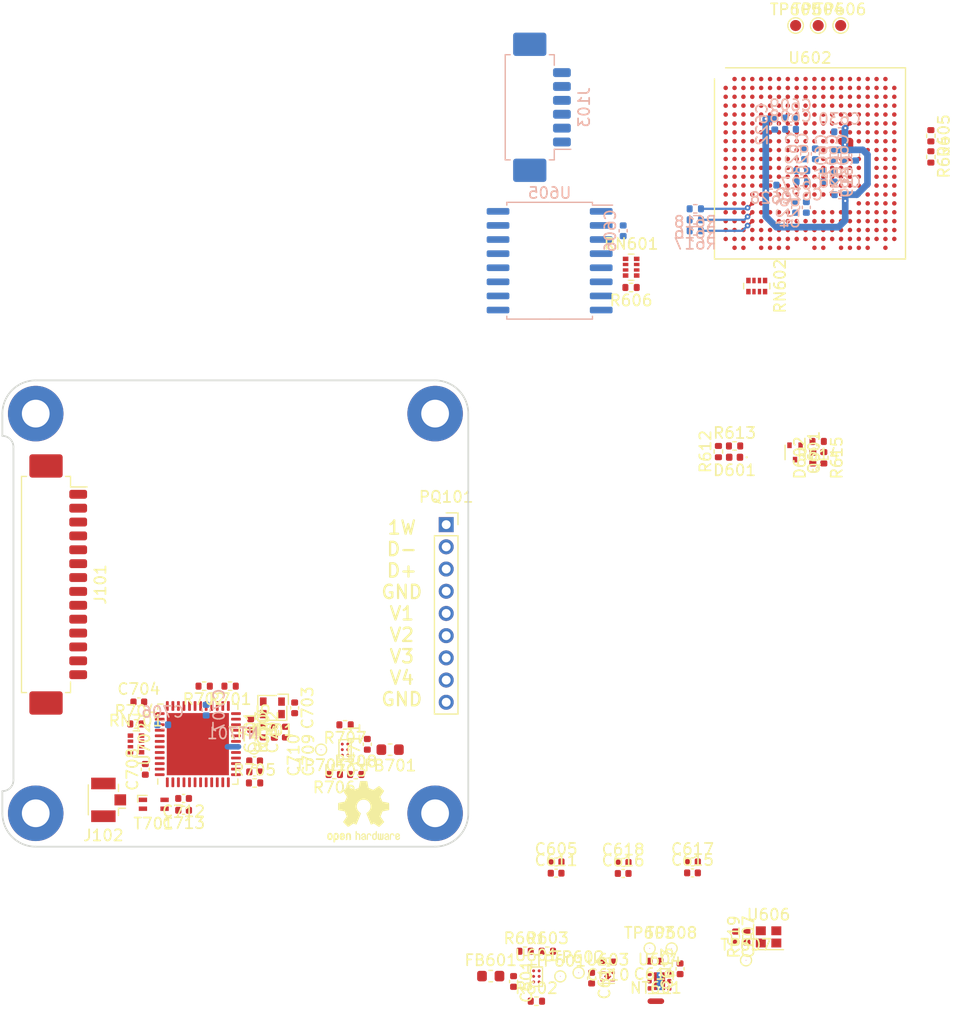
<source format=kicad_pcb>
(kicad_pcb (version 20211014) (generator pcbnew)

  (general
    (thickness 1.5954)
  )

  (paper "A4")
  (layers
    (0 "F.Cu" mixed)
    (1 "In1.Cu" power)
    (2 "In2.Cu" power)
    (31 "B.Cu" mixed)
    (32 "B.Adhes" user "B.Adhesive")
    (33 "F.Adhes" user "F.Adhesive")
    (34 "B.Paste" user)
    (35 "F.Paste" user)
    (36 "B.SilkS" user "B.Silkscreen")
    (37 "F.SilkS" user "F.Silkscreen")
    (38 "B.Mask" user)
    (39 "F.Mask" user)
    (41 "Cmts.User" user "User.Comments")
    (42 "Eco1.User" user "User.Eco1")
    (43 "Eco2.User" user "User.Eco2")
    (44 "Edge.Cuts" user)
    (45 "Margin" user)
    (46 "B.CrtYd" user "B.Courtyard")
    (47 "F.CrtYd" user "F.Courtyard")
    (48 "B.Fab" user)
    (49 "F.Fab" user)
  )

  (setup
    (stackup
      (layer "F.SilkS" (type "Top Silk Screen") (color "White"))
      (layer "F.Paste" (type "Top Solder Paste"))
      (layer "F.Mask" (type "Top Solder Mask") (color "Purple") (thickness 0.0127))
      (layer "F.Cu" (type "copper") (thickness 0.035))
      (layer "dielectric 1" (type "prepreg") (thickness 0.1) (material "JLC2313") (epsilon_r 4.05) (loss_tangent 0))
      (layer "In1.Cu" (type "copper") (thickness 0.0175))
      (layer "dielectric 2" (type "core") (thickness 1.265) (material "Core") (epsilon_r 4.6) (loss_tangent 0))
      (layer "In2.Cu" (type "copper") (thickness 0.0175))
      (layer "dielectric 3" (type "prepreg") (thickness 0.1) (material "JLC2313") (epsilon_r 4.05) (loss_tangent 0))
      (layer "B.Cu" (type "copper") (thickness 0.035))
      (layer "B.Mask" (type "Bottom Solder Mask") (color "Purple") (thickness 0.0127))
      (layer "B.Paste" (type "Bottom Solder Paste"))
      (layer "B.SilkS" (type "Bottom Silk Screen") (color "White"))
      (copper_finish "ENIG")
      (dielectric_constraints no)
    )
    (pad_to_mask_clearance 0.05)
    (solder_mask_min_width 0.2)
    (grid_origin 171.1452 89.472)
    (pcbplotparams
      (layerselection 0x0000030_80000001)
      (disableapertmacros false)
      (usegerberextensions false)
      (usegerberattributes false)
      (usegerberadvancedattributes false)
      (creategerberjobfile false)
      (svguseinch false)
      (svgprecision 6)
      (excludeedgelayer true)
      (plotframeref false)
      (viasonmask false)
      (mode 1)
      (useauxorigin false)
      (hpglpennumber 1)
      (hpglpenspeed 20)
      (hpglpendiameter 15.000000)
      (dxfpolygonmode true)
      (dxfimperialunits true)
      (dxfusepcbnewfont true)
      (psnegative false)
      (psa4output false)
      (plotreference true)
      (plotvalue true)
      (plotinvisibletext false)
      (sketchpadsonfab false)
      (subtractmaskfromsilk false)
      (outputformat 1)
      (mirror false)
      (drillshape 1)
      (scaleselection 1)
      (outputdirectory "")
    )
  )

  (net 0 "")
  (net 1 "GND")
  (net 2 "3V3")
  (net 3 "unconnected-(PQ101-Pad1)")
  (net 4 "unconnected-(PQ101-Pad2)")
  (net 5 "unconnected-(PQ101-Pad3)")
  (net 6 "unconnected-(PQ101-Pad6)")
  (net 7 "unconnected-(PQ101-Pad7)")
  (net 8 "unconnected-(PQ101-Pad8)")
  (net 9 "Net-(C601-Pad1)")
  (net 10 "/fpga/FPGA_2V5")
  (net 11 "/fpga/FPGA_3V3")
  (net 12 "/fpga/FPGA_1V1")
  (net 13 "Net-(C701-Pad1)")
  (net 14 "Net-(C701-Pad2)")
  (net 15 "/transceiver/TRX_3V3")
  (net 16 "Net-(C704-Pad2)")
  (net 17 "Net-(C710-Pad1)")
  (net 18 "Net-(C711-Pad1)")
  (net 19 "/transceiver/RF09P")
  (net 20 "/transceiver/RF09CAP_P")
  (net 21 "/transceiver/RF09N")
  (net 22 "/transceiver/RF09CAP_N")
  (net 23 "/transceiver/RF_EN")
  (net 24 "/transceiver/RST")
  (net 25 "/transceiver/IRQ")
  (net 26 "/SPI_CS2")
  (net 27 "/SPI_CS1")
  (net 28 "/fpga/SPI_CLK")
  (net 29 "/fpga/SPI_MISO")
  (net 30 "/fpga/SPI_MOSI")
  (net 31 "/fpga/FPGA_EN")
  (net 32 "/fpga/FPGA_DONE")
  (net 33 "/fpga/FPGA_INIT")
  (net 34 "/transceiver/RFIO")
  (net 35 "/fpga/JTDO")
  (net 36 "/fpga/JTCK")
  (net 37 "/fpga/JTMS")
  (net 38 "/fpga/JTDI")
  (net 39 "/fpga/FPGA_1V1_PG")
  (net 40 "Net-(NT701-Pad1)")
  (net 41 "Net-(R602-Pad2)")
  (net 42 "/fpga/FPGA_3V3_FAULT")
  (net 43 "/fpga/RXCLOCKP")
  (net 44 "/fpga/RXCLOCKN")
  (net 45 "/fpga/RXDATAP")
  (net 46 "/fpga/RXDATAN")
  (net 47 "Net-(D601-Pad2)")
  (net 48 "Net-(D602-Pad2)")
  (net 49 "Net-(R616-Pad2)")
  (net 50 "Net-(R617-Pad2)")
  (net 51 "Net-(R618-Pad2)")
  (net 52 "Net-(R619-Pad1)")
  (net 53 "/fpga/~{CFG_CS}")
  (net 54 "/fpga/CFG_IO2")
  (net 55 "/fpga/CFG_IO3")
  (net 56 "/fpga/TXCLOCKN")
  (net 57 "/fpga/TXCLOCKP")
  (net 58 "/fpga/TXDATAN")
  (net 59 "/fpga/TXDATAP")
  (net 60 "Net-(R704-Pad2)")
  (net 61 "/transceiver/TRX_FAULT")
  (net 62 "Net-(R707-Pad2)")
  (net 63 "Net-(RN701-Pad5)")
  (net 64 "Net-(RN701-Pad6)")
  (net 65 "Net-(RN701-Pad7)")
  (net 66 "Net-(RN701-Pad8)")
  (net 67 "/fpga/FPGA_IO1")
  (net 68 "/fpga/FPGA_IO0")
  (net 69 "unconnected-(U602-PadB6)")
  (net 70 "unconnected-(U602-PadB8)")
  (net 71 "unconnected-(U602-PadB9)")
  (net 72 "unconnected-(U602-PadB10)")
  (net 73 "/fpga/FPGA_CLK_IN")
  (net 74 "unconnected-(U602-PadC6)")
  (net 75 "unconnected-(U602-PadC7)")
  (net 76 "unconnected-(U602-PadC8)")
  (net 77 "unconnected-(U602-PadC9)")
  (net 78 "unconnected-(U602-PadC10)")
  (net 79 "unconnected-(U602-PadC11)")
  (net 80 "unconnected-(U602-PadC18)")
  (net 81 "unconnected-(U602-PadD6)")
  (net 82 "unconnected-(U602-PadD7)")
  (net 83 "unconnected-(U602-PadD8)")
  (net 84 "unconnected-(U602-PadD9)")
  (net 85 "unconnected-(U602-PadD10)")
  (net 86 "unconnected-(U602-PadD17)")
  (net 87 "unconnected-(U602-PadD18)")
  (net 88 "unconnected-(U602-PadD20)")
  (net 89 "unconnected-(U602-PadE6)")
  (net 90 "unconnected-(U602-PadE7)")
  (net 91 "unconnected-(U602-PadE8)")
  (net 92 "unconnected-(U602-PadE9)")
  (net 93 "unconnected-(U602-PadE10)")
  (net 94 "unconnected-(U602-PadE16)")
  (net 95 "unconnected-(U602-PadE17)")
  (net 96 "unconnected-(U602-PadE18)")
  (net 97 "unconnected-(U602-PadE19)")
  (net 98 "unconnected-(U602-PadF16)")
  (net 99 "unconnected-(U602-PadF17)")
  (net 100 "unconnected-(U602-PadF18)")
  (net 101 "unconnected-(U602-PadF20)")
  (net 102 "unconnected-(U602-PadG16)")
  (net 103 "unconnected-(U602-PadG18)")
  (net 104 "unconnected-(U602-PadG20)")
  (net 105 "unconnected-(U602-PadH16)")
  (net 106 "unconnected-(U602-PadH17)")
  (net 107 "unconnected-(U602-PadH18)")
  (net 108 "unconnected-(U602-PadJ16)")
  (net 109 "unconnected-(U602-PadJ17)")
  (net 110 "unconnected-(U602-PadJ18)")
  (net 111 "unconnected-(U602-PadJ20)")
  (net 112 "unconnected-(U602-PadK16)")
  (net 113 "unconnected-(U602-PadK17)")
  (net 114 "unconnected-(U602-PadK18)")
  (net 115 "unconnected-(U602-PadK20)")
  (net 116 "unconnected-(U602-PadR1)")
  (net 117 "unconnected-(U602-PadR3)")
  (net 118 "unconnected-(U602-PadT1)")
  (net 119 "unconnected-(U602-PadT2)")
  (net 120 "unconnected-(U602-PadT3)")
  (net 121 "unconnected-(U602-PadU1)")
  (net 122 "unconnected-(U602-PadU2)")
  (net 123 "/fpga/CFG_CLK")
  (net 124 "unconnected-(U602-PadV1)")
  (net 125 "/fpga/CFG_IO1")
  (net 126 "/fpga/CFG_IO0")
  (net 127 "unconnected-(U602-PadW3)")
  (net 128 "unconnected-(U602-PadW4)")
  (net 129 "unconnected-(U602-PadW5)")
  (net 130 "unconnected-(U602-PadW8)")
  (net 131 "unconnected-(U602-PadW9)")
  (net 132 "unconnected-(U602-PadW10)")
  (net 133 "unconnected-(U602-PadW11)")
  (net 134 "unconnected-(U602-PadW13)")
  (net 135 "unconnected-(U602-PadW14)")
  (net 136 "unconnected-(U602-PadW17)")
  (net 137 "unconnected-(U602-PadW18)")
  (net 138 "unconnected-(U602-PadW20)")
  (net 139 "unconnected-(U602-PadY5)")
  (net 140 "unconnected-(U602-PadY6)")
  (net 141 "unconnected-(U602-PadY7)")
  (net 142 "unconnected-(U602-PadY8)")
  (net 143 "unconnected-(U602-PadY11)")
  (net 144 "unconnected-(U602-PadY12)")
  (net 145 "unconnected-(U602-PadY14)")
  (net 146 "unconnected-(U602-PadY15)")
  (net 147 "unconnected-(U602-PadY16)")
  (net 148 "unconnected-(U602-PadY17)")
  (net 149 "unconnected-(U602-PadY19)")
  (net 150 "unconnected-(U604-Pad2)")
  (net 151 "unconnected-(U605-Pad3)")
  (net 152 "unconnected-(U605-Pad4)")
  (net 153 "unconnected-(U605-Pad5)")
  (net 154 "unconnected-(U605-Pad6)")
  (net 155 "unconnected-(U605-Pad11)")
  (net 156 "unconnected-(U605-Pad12)")
  (net 157 "unconnected-(U605-Pad13)")
  (net 158 "unconnected-(U605-Pad14)")
  (net 159 "unconnected-(U702-Pad1)")
  (net 160 "unconnected-(U702-Pad2)")
  (net 161 "unconnected-(U702-Pad4)")
  (net 162 "unconnected-(U702-Pad5)")
  (net 163 "unconnected-(U702-Pad11)")
  (net 164 "unconnected-(U702-Pad12)")
  (net 165 "unconnected-(U702-Pad22)")
  (net 166 "unconnected-(U702-Pad35)")
  (net 167 "unconnected-(U702-Pad36)")
  (net 168 "unconnected-(U702-Pad47)")
  (net 169 "Net-(D602-Pad1)")
  (net 170 "unconnected-(H103-Pad1)")
  (net 171 "unconnected-(H101-Pad1)")
  (net 172 "unconnected-(H102-Pad1)")
  (net 173 "unconnected-(H104-Pad1)")
  (net 174 "unconnected-(RN601-Pad1)")
  (net 175 "unconnected-(RN601-Pad8)")

  (footprint "Symbol:OSHW-Logo2_7.3x6mm_SilkScreen" (layer "F.Cu") (at 163.703 115.3292))

  (footprint "MountingHole:MountingHole_2.5mm_Pad" (layer "F.Cu") (at 170.1452 79.472))

  (footprint "MountingHole:MountingHole_2.5mm_Pad" (layer "F.Cu") (at 134.1452 79.472))

  (footprint "Connector_PinSocket_2.00mm:PinSocket_1x09_P2.00mm_Vertical" (layer "F.Cu") (at 171.1452 89.472))

  (footprint "Resistor_SMD:R_0402_1005Metric" (layer "F.Cu") (at 195.6816 82.8934 90))

  (footprint "Capacitor_SMD:C_0402_1005Metric" (layer "F.Cu") (at 177.2158 130.62 -90))

  (footprint "Package_BGA:Texas_DSBGA-6_0.9x1.4mm_Layout2x3_P0.5mm" (layer "F.Cu") (at 162.0266 109.7412 180))

  (footprint "Resistor_SMD:R_0402_1005Metric" (layer "F.Cu") (at 214.8332 56.3504 -90))

  (footprint "Resistor_SMD:R_0402_1005Metric" (layer "F.Cu") (at 162.0266 107.506 180))

  (footprint "Inductor_SMD:L_0603_1608Metric" (layer "F.Cu") (at 166.0906 109.7412 180))

  (footprint "Capacitor_SMD:C_0402_1005Metric" (layer "F.Cu") (at 193.3448 120.841))

  (footprint "Package_BGA:Lattice_caBGA-381_17.0x17.0mm_Layout20x20_P0.8mm_Ball0.4mm_Pad0.4mm_NSMD" (layer "F.Cu") (at 203.9366 56.9346))

  (footprint "Capacitor_SMD:C_0402_1005Metric" (layer "F.Cu") (at 193.3448 119.8504))

  (footprint "Resistor_SMD:R_0402_1005Metric" (layer "F.Cu") (at 180.2638 127.9022))

  (footprint "Capacitor_SMD:C_0402_1005Metric" (layer "F.Cu") (at 154.6382 108.1604 90))

  (footprint "Connector_Molex:Molex_PicoBlade_53261-1471_1x14-1MP_P1.25mm_Horizontal" (layer "F.Cu") (at 135.5728 94.863 -90))

  (footprint "lsf-kicad-lib:TestPoint_D0.8mm_Mask-Only" (layer "F.Cu") (at 189.484 127.6482))

  (footprint "Capacitor_SMD:C_0402_1005Metric" (layer "F.Cu") (at 189.9666 128.7912 180))

  (footprint "Capacitor_SMD:C_0402_1005Metric" (layer "F.Cu") (at 153.8762 111.7418))

  (footprint "Inductor_SMD:L_0603_1608Metric" (layer "F.Cu") (at 175.1584 130.1374))

  (footprint "Resistor_SMD:R_0402_1005Metric" (layer "F.Cu") (at 197.1389 82.3854))

  (footprint "Resistor_SMD:R_0402_1005Metric" (layer "F.Cu") (at 205.1812 83.4522 -90))

  (footprint "Connector_Coaxial:U.FL_Hirose_U.FL-R-SMT-1_Vertical" (layer "F.Cu") (at 140.719 114.2624 180))

  (footprint "lsf-kicad-lib:TestPoint_D0.8mm_Mask-Only" (layer "F.Cu") (at 183.0832 129.8326))

  (footprint "Package_DFN_QFN:QFN-48-1EP_7x7mm_P0.5mm_EP5.6x5.6mm" (layer "F.Cu")
    (tedit 5DC5F6A5) (tstamp 4f1ffdd6-1cf4-44d6-b761-e3e1aa4fb9b7)
    (at 148.7566 109.2444 90)
    (descr "QFN, 48 Pin (http://www.st.com/resource/en/datasheet/stm32f042k6.pdf#page=94), generated with kicad-footprint-generator ipc_noLead_generator.py")
    (tags "QFN NoLead")
    (property "Sheetfile" "sidloc-schematic/transceiver.kicad_sch")
    (property "Sheetname" "transceiver")
    (path "/7e10c94a-7591-4892-9351-18ebe562ea30/e17292b9-af59-4b7a-b9f7-adfce246933a")
    (attr smd)
    (fp_text reference "U702" (at 0 -4.82 90) (layer "F.SilkS")
      (effects (font (size 1 1) (thickness 0.15)))
      (tstamp 42bfb220-d2d7-4368-b169-8d098342f992)
    )
    (fp_text value "AT86RF215M" (at 0 4.82 90) (layer "F.Fab")
      (effects (font (size 1 1) (thickness 0.15)))
      (tstamp bbe25420-564f-40ca-9e31-f11405ee7897)
    )
    (fp_text user "${REFERENCE}" (at 0 0 90) (layer "F.Fab")
      (effects (font (size 1 1) (thickness 0.15)))
      (tstamp 18cdaae1-7751-4a1c-bfb4-8cb949c500ec)
    )
    (fp_line (start 3.135 3.61) (end 3.61 3.61) (layer "F.SilkS") (width 0.12) (tstamp 1408dadd-588a-431b-851d-1aa41fc8f6e8))
    (fp_line (start 3.61 -3.61) (end 3.61 -3.135) (layer "F.SilkS") (width 0.12) (tstamp 18aa95b8-98fa-4b5d-88af-01035b2a41b4))
    (fp_line (start -3.135 3.61) (end -3.61 3.61) (layer "F.SilkS") (width 0.12) (tstamp 352771f4-16d1-4c61-995b-b7e75a738800))
    (fp_line (start -3.61 3.61) (end -3.61 3.135) (layer "F.SilkS") (width 0.12) (tstamp 763567e5-b6fb-4bf1-9925-edba0615d38e))
    (fp_line (start 3.135 -3.61) (end 3.61 -3.61) (layer "F.SilkS") (width 0.12) (tstamp 9031e190-d810-4018-ab9c-9c13429a20b4))
    (fp_line (start 3.61 3.61) (end 3.61 3.135) (layer "F.SilkS") (width 0.12) (tstamp 97fc7ba2-9cbf-4f9a-8ece-2f1962c22059))
    (fp_line (start -3.135 -3.61) (end -3.61 -3.61) (layer "F.SilkS") (width 0.12) (tstamp d86cf2a3-34ee-4ca4-b702-7c002285876a))
    (fp_line (start 4.12 -4.12) (end -4.12 -4.12) (layer "F.CrtYd") (width 0.05) (tstamp 0a7ff25e-7388-466f-8084-69e2525983e2))
    (fp_line (start -4.12 -4.12) (end -4.12 4.12) (layer "F.CrtYd") (width 0.05) (tstamp 61a9bd79-933a-493e-90e1-80af34d6ab2b))
    (fp_line (start 4.12 4.12) (end 4.12 -4.12) (layer "F.CrtYd") (width 0.05) (tstamp be595991-1832-49e6-aea0-dda809cae1fc))
    (fp_line (start -4.12 4.12) (end 4.12 4.12) (layer "F.CrtYd") (width 0.05) (tstamp e6e9089c-291d-4832-b7c7-406e44e4d251))
    (fp_line (start -3.5 3.5) (end -3.5 -2.5) (layer "F.Fab") (width 0.1) (tstamp 0078798e-51ee-408f-a4b3-3b8b9d0f547c))
    (fp_line (start -2.5 -3.5) (end 3.5 -3.5) (layer "F.Fab") (width 0.1) (tstamp 539ac12e-e2a7-41ab-8116-a2f71d9e5381))
    (fp_line (start 3.5 3.5) (end -3.5 3.5) (layer "F.Fab") (width 0.1) (tstamp a36124b5-e1a4-460f-a336-2615a77d7b77))
    (fp_line (start 3.5 -3.5) (end 3.5 3.5) (layer "F.Fab") (width 0.1) (tstamp e2349dac-47f3-4657-9fa1-3394f716994e))
    (fp_line (start -3.5 -2.5) (end -2.5 -3.5) (layer "F.Fab") (width 0.1) (tstamp edb5293e-fef4-4a28-abec-8d44a423a6cf))
    (pad "" smd roundrect (at -2.1 0.7 90) (size 1.13 1.13) (layers "F.Paste") (roundrect_rratio 0.221239) (tstamp 12ce1dcd-ef97-4626-84a5-8b9c70139ece))
    (pad "" smd roundrect (at 0.7 0.7 90) (size 1.13 1.13) (layers "F.Paste") (roundrect_rratio 0.221239) (tstamp 29221cac-772b-4ed1-b629-66f265d42b25))
    (pad "" smd roundrect (at -2.1 -0.7 90) (size 1.13 1.13) (layers "F.Paste") (roundrect_rratio 0.221239) (tstamp 39162e34-78ea-474a-9c38-95810f19a56c))
    (pad "" smd roundrect (at 2.1 0.7 90) (size 1.13 1.13) (layers "F.Paste") (roundrect_rratio 0.221239) (tstamp 3a69013e-eb7c-4fb3-acd3-98c92cfbea09))
    (pad "" smd roundrect (at 2.1 -0.7 90) (size 1.13 1.13) (layers "F.Paste") (roundrect_rratio 0.221239) (tstamp 3aac6352-d4dc-4255-a777-a3dfbe214848))
    (pad "" smd roundrect (at -2.1 2.1 90) (size 1.13 1.13) (layers "F.Paste") (roundrect_rratio 0.221239) (tstamp 5302931d-2c61-4fb7-bb6d-3b70add1e639))
    (pad "" smd roundrect (at 2.1 2.1 90) (size 1.13 1.13) (layers "F.Paste") (roundrect_rratio 0.221239) (tstamp 55f3c4fc-f5b7-4460-b97d-889a255a519f))
    (pad "" smd roundrect (at 2.1 -2.1 90) (size 1.13 1.13) (layers "F.Paste") (roundrect_rratio 0.221239) (tstamp 68a01604-6f7c-4031-a93f-c09852597e85))
    (pad "" smd roundrect (at -0.7 -2.1 90) (size 1.13 1.13) (layers "F.Paste") (roundrect_rratio 0.221239) (tstamp 72ad3f4c-cadd-42e7-af10-550ca539828e))
    (pad "" smd roundrect (at -2.1 -2.1 90) (size 1.13 1.13) (layers "F.Paste") (roundrect_rratio 0.221239) (tstamp 7872c98e-495e-4c6d-9d1a-ded2c3694f28))
    (pad "" smd roundrect (at -0.7 -0.7 90) (size 1.13 1.13) (layers "F.Paste") (roundrect_rratio 0.221239) (tstamp b402b60c-ffab-4a5b-8290-364301f0a705))
    (pad "" smd roundrect (at -0.7 2.1 90) (size 1.13 1.13) (layers "F.Paste") (roundre
... [273840 chars truncated]
</source>
